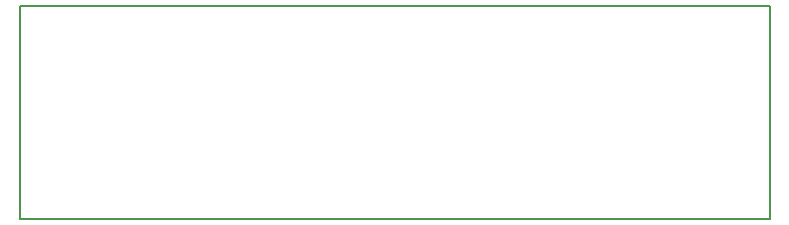
<source format=gbr>
G04 #@! TF.FileFunction,Profile,NP*
%FSLAX46Y46*%
G04 Gerber Fmt 4.6, Leading zero omitted, Abs format (unit mm)*
G04 Created by KiCad (PCBNEW 4.0.1-stable) date 2017/10/27 20:21:07*
%MOMM*%
G01*
G04 APERTURE LIST*
%ADD10C,0.100000*%
%ADD11C,0.150000*%
G04 APERTURE END LIST*
D10*
D11*
X201000000Y-125000000D02*
X201000000Y-107000000D01*
X137500000Y-125000000D02*
X201000000Y-125000000D01*
X137500000Y-107000000D02*
X137500000Y-125000000D01*
X201000000Y-107000000D02*
X137500000Y-107000000D01*
M02*

</source>
